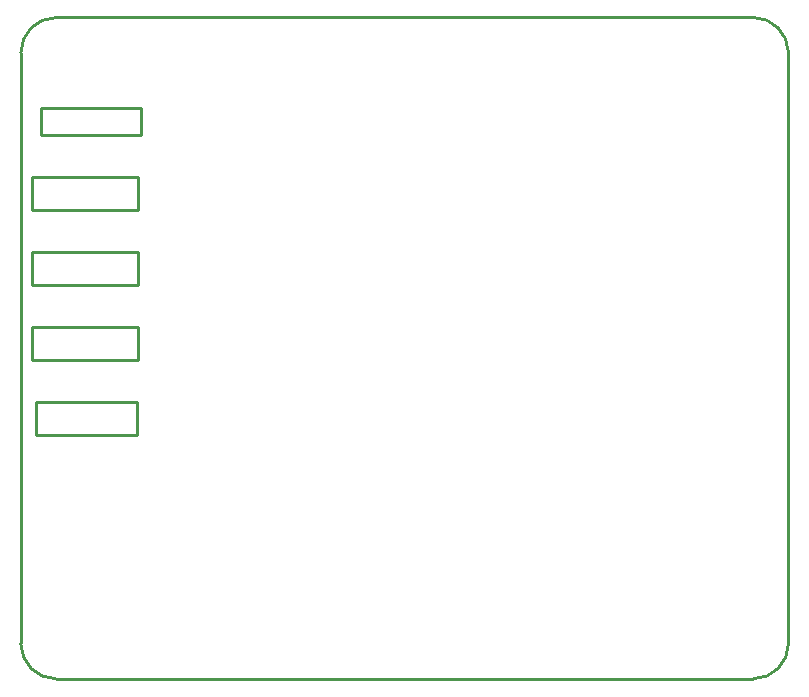
<source format=gko>
G04 Layer: BoardOutlineLayer*
G04 EasyEDA v6.5.22, 2023-03-23 09:10:29*
G04 401f546e4c444c1f8d25b27506820300,e6e562115a5a45ecb989dda305b66076,10*
G04 Gerber Generator version 0.2*
G04 Scale: 100 percent, Rotated: No, Reflected: No *
G04 Dimensions in millimeters *
G04 leading zeros omitted , absolute positions ,4 integer and 5 decimal *
%FSLAX45Y45*%
%MOMM*%

%ADD10C,0.2540*%
D10*
X12949174Y-12522174D02*
G01*
X12949174Y-7522184D01*
X19149161Y-12822174D02*
G01*
X13249173Y-12822174D01*
X19449161Y-7522184D02*
G01*
X19449161Y-12522174D01*
X13249173Y-7222185D02*
G01*
X19149161Y-7222185D01*
X12949176Y-12522174D02*
G01*
X12949176Y-7522182D01*
G75*
G01*
X13249173Y-12822174D02*
G02*
X12949174Y-12522175I0J299999D01*
G75*
G01*
X12949174Y-7522185D02*
G02*
X13249173Y-7222185I299999J0D01*
G75*
G01*
X19149162Y-7222186D02*
G02*
X19449161Y-7522185I0J-299999D01*
G75*
G01*
X19449161Y-12522175D02*
G02*
X19149162Y-12822174I-299999J0D01*
G75*
G01*
X13249174Y-12822174D02*
G02*
X12949174Y-12522175I0J299999D01*
G75*
G01*
X12949174Y-7522185D02*
G02*
X13249174Y-7222186I300000J0D01*
X13944600Y-8851900D02*
G01*
X13042900Y-8851900D01*
X13042900Y-8851900D02*
G01*
X13042900Y-8572500D01*
X13042900Y-8572500D02*
G01*
X13944600Y-8572500D01*
X13944600Y-8572500D02*
G01*
X13944600Y-8851900D01*
X13970000Y-8216900D02*
G01*
X13119100Y-8216900D01*
X13119100Y-8216900D02*
G01*
X13119100Y-7988300D01*
X13119100Y-7988300D02*
G01*
X13970000Y-7988300D01*
X13970000Y-7988300D02*
G01*
X13970000Y-8216900D01*
X13944600Y-9486900D02*
G01*
X13042900Y-9486900D01*
X13042900Y-9486900D02*
G01*
X13042900Y-9207500D01*
X13042900Y-9207500D02*
G01*
X13944600Y-9207500D01*
X13944600Y-9207500D02*
G01*
X13944600Y-9486900D01*
X13944600Y-10121900D02*
G01*
X13042900Y-10121900D01*
X13042900Y-10121900D02*
G01*
X13042900Y-9842500D01*
X13042900Y-9842500D02*
G01*
X13944600Y-9842500D01*
X13944600Y-9842500D02*
G01*
X13944600Y-10121900D01*
X13931900Y-10756900D02*
G01*
X13081000Y-10756900D01*
X13081000Y-10756900D02*
G01*
X13081000Y-10477500D01*
X13081000Y-10477500D02*
G01*
X13931900Y-10477500D01*
X13931900Y-10477500D02*
G01*
X13931900Y-10756900D01*

%LPD*%
M02*

</source>
